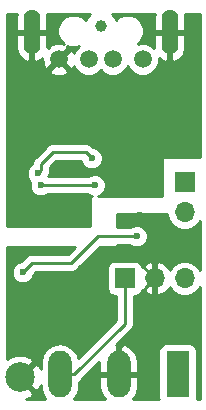
<source format=gbl>
G04 #@! TF.GenerationSoftware,KiCad,Pcbnew,(2018-02-16 revision c95340fba)-makepkg*
G04 #@! TF.CreationDate,2018-04-19T06:34:26+02:00*
G04 #@! TF.ProjectId,LIN_USB_CONVERTER,4C494E5F5553425F434F4E5645525445,rev?*
G04 #@! TF.SameCoordinates,Original*
G04 #@! TF.FileFunction,Copper,L2,Bot,Signal*
G04 #@! TF.FilePolarity,Positive*
%FSLAX46Y46*%
G04 Gerber Fmt 4.6, Leading zero omitted, Abs format (unit mm)*
G04 Created by KiCad (PCBNEW (2018-02-16 revision c95340fba)-makepkg) date 04/19/18 06:34:26*
%MOMM*%
%LPD*%
G01*
G04 APERTURE LIST*
%ADD10C,1.000000*%
%ADD11C,2.500000*%
%ADD12R,1.700000X1.700000*%
%ADD13O,1.700000X1.700000*%
%ADD14R,1.980000X3.960000*%
%ADD15O,1.980000X3.960000*%
%ADD16C,1.501140*%
%ADD17O,1.400000X3.800000*%
%ADD18C,0.600000*%
%ADD19C,0.250000*%
%ADD20C,0.254000*%
G04 APERTURE END LIST*
D10*
X148858000Y-80082000D03*
D11*
X142000000Y-109800000D03*
D12*
X150890000Y-101418000D03*
D13*
X153430000Y-101418000D03*
X155970000Y-101418000D03*
D14*
X155382000Y-109546000D03*
D15*
X150382000Y-109546000D03*
X145382000Y-109546000D03*
D12*
X155970000Y-93290000D03*
D13*
X155970000Y-95830000D03*
D16*
X152414860Y-82878120D03*
X149874860Y-82878120D03*
X147842860Y-82878120D03*
X145302860Y-82878120D03*
D17*
X154700000Y-80590000D03*
X143016000Y-80590000D03*
D18*
X152160000Y-88718000D03*
X144032000Y-88464000D03*
X147334000Y-92528000D03*
X151144000Y-92070000D03*
X143778000Y-93544000D03*
X148350000Y-93544000D03*
X148096000Y-91258000D03*
X143524000Y-92528000D03*
X152160000Y-96084000D03*
X141746000Y-107006000D03*
X141746000Y-102942000D03*
X142254000Y-100910000D03*
X151906000Y-97862000D03*
D19*
X144552291Y-87943709D02*
X144032000Y-88464000D01*
X145302860Y-82878120D02*
X144552291Y-83628689D01*
X144552291Y-83628689D02*
X144552291Y-87943709D01*
X147492001Y-92369999D02*
X147334000Y-92528000D01*
X151144000Y-92070000D02*
X150844001Y-92369999D01*
X150844001Y-92369999D02*
X147492001Y-92369999D01*
X148350000Y-93544000D02*
X143778000Y-93544000D01*
X147588000Y-90750000D02*
X148096000Y-91258000D01*
X144794000Y-90750000D02*
X147588000Y-90750000D01*
X143823999Y-91720001D02*
X144794000Y-90750000D01*
X143524000Y-92528000D02*
X143823999Y-92228001D01*
X143823999Y-92228001D02*
X143823999Y-91720001D01*
X153430000Y-101418000D02*
X152580001Y-102267999D01*
X152580001Y-102267999D02*
X152580001Y-105117999D01*
X152580001Y-105117999D02*
X150382000Y-107316000D01*
X150382000Y-107316000D02*
X150382000Y-109546000D01*
X141746000Y-102942000D02*
X141746000Y-107006000D01*
X149366000Y-99576500D02*
X146000500Y-102942000D01*
X146000500Y-102942000D02*
X141746000Y-102942000D01*
X151588500Y-99576500D02*
X149366000Y-99576500D01*
X153430000Y-101418000D02*
X151588500Y-99576500D01*
X152160000Y-96782500D02*
X153430000Y-98052500D01*
X153430000Y-98052500D02*
X153430000Y-101418000D01*
X152160000Y-96084000D02*
X152160000Y-96782500D01*
X150890000Y-101418000D02*
X150890000Y-105278000D01*
X150890000Y-105278000D02*
X146622000Y-109546000D01*
X146622000Y-109546000D02*
X145382000Y-109546000D01*
X143061999Y-100102001D02*
X142254000Y-100910000D01*
X146363999Y-100102001D02*
X143061999Y-100102001D01*
X148604000Y-97862000D02*
X151906000Y-97862000D01*
X146363999Y-100102001D02*
X148604000Y-97862000D01*
D20*
G36*
X154578697Y-96406297D02*
X154905142Y-96894858D01*
X155393703Y-97221303D01*
X155824529Y-97307000D01*
X156115471Y-97307000D01*
X156546297Y-97221303D01*
X157034858Y-96894858D01*
X157275001Y-96535458D01*
X157275001Y-100712542D01*
X157034858Y-100353142D01*
X156546297Y-100026697D01*
X156115471Y-99941000D01*
X155824529Y-99941000D01*
X155393703Y-100026697D01*
X154905142Y-100353142D01*
X154690128Y-100674934D01*
X154625183Y-100536642D01*
X154196924Y-100146355D01*
X153786890Y-99976524D01*
X153557000Y-100097845D01*
X153557000Y-101291000D01*
X153577000Y-101291000D01*
X153577000Y-101545000D01*
X153557000Y-101545000D01*
X153557000Y-102738155D01*
X153786890Y-102859476D01*
X154196924Y-102689645D01*
X154625183Y-102299358D01*
X154690128Y-102161066D01*
X154905142Y-102482858D01*
X155393703Y-102809303D01*
X155824529Y-102895000D01*
X156115471Y-102895000D01*
X156546297Y-102809303D01*
X157034858Y-102482858D01*
X157275001Y-102123458D01*
X157275001Y-111613000D01*
X156993977Y-111613000D01*
X157011283Y-111526000D01*
X157011283Y-107566000D01*
X156962620Y-107321357D01*
X156824041Y-107113959D01*
X156616643Y-106975380D01*
X156372000Y-106926717D01*
X154392000Y-106926717D01*
X154147357Y-106975380D01*
X153939959Y-107113959D01*
X153801380Y-107321357D01*
X153752717Y-107566000D01*
X153752717Y-111526000D01*
X153770023Y-111613000D01*
X151568696Y-111613000D01*
X151834703Y-111275193D01*
X152007000Y-110663000D01*
X152007000Y-109673000D01*
X150509000Y-109673000D01*
X150509000Y-109693000D01*
X150255000Y-109693000D01*
X150255000Y-109673000D01*
X148757000Y-109673000D01*
X148757000Y-110663000D01*
X148929297Y-111275193D01*
X149195304Y-111613000D01*
X146607119Y-111613000D01*
X146905180Y-111166922D01*
X146999000Y-110695256D01*
X146999000Y-110198519D01*
X147164161Y-110088161D01*
X147206116Y-110025371D01*
X148757000Y-108474488D01*
X148757000Y-109419000D01*
X150255000Y-109419000D01*
X150255000Y-107095260D01*
X150509000Y-107095260D01*
X150509000Y-109419000D01*
X152007000Y-109419000D01*
X152007000Y-108429000D01*
X151834703Y-107816807D01*
X151441246Y-107317149D01*
X150886528Y-107006095D01*
X150760865Y-106975782D01*
X150509000Y-107095260D01*
X150255000Y-107095260D01*
X150174443Y-107057046D01*
X151369376Y-105862113D01*
X151432161Y-105820161D01*
X151474112Y-105757377D01*
X151474114Y-105757375D01*
X151515954Y-105694757D01*
X151598368Y-105571416D01*
X151642000Y-105352063D01*
X151642000Y-105352059D01*
X151656731Y-105278001D01*
X151642000Y-105203943D01*
X151642000Y-102907283D01*
X151740000Y-102907283D01*
X151984643Y-102858620D01*
X152192041Y-102720041D01*
X152330620Y-102512643D01*
X152351833Y-102405999D01*
X152663076Y-102689645D01*
X153073110Y-102859476D01*
X153303000Y-102738155D01*
X153303000Y-101545000D01*
X153283000Y-101545000D01*
X153283000Y-101291000D01*
X153303000Y-101291000D01*
X153303000Y-100097845D01*
X153073110Y-99976524D01*
X152663076Y-100146355D01*
X152351833Y-100430001D01*
X152330620Y-100323357D01*
X152192041Y-100115959D01*
X151984643Y-99977380D01*
X151740000Y-99928717D01*
X150040000Y-99928717D01*
X149795357Y-99977380D01*
X149587959Y-100115959D01*
X149449380Y-100323357D01*
X149400717Y-100568000D01*
X149400717Y-102268000D01*
X149449380Y-102512643D01*
X149587959Y-102720041D01*
X149795357Y-102858620D01*
X150040000Y-102907283D01*
X150138000Y-102907283D01*
X150138001Y-104966510D01*
X146950682Y-108153831D01*
X146905180Y-107925078D01*
X146547791Y-107390209D01*
X146012922Y-107032820D01*
X145382000Y-106907322D01*
X144751079Y-107032820D01*
X144216210Y-107390209D01*
X143858821Y-107925078D01*
X143765001Y-108396744D01*
X143765001Y-109110814D01*
X143626123Y-108775533D01*
X143333320Y-108646285D01*
X142179605Y-109800000D01*
X143333320Y-110953715D01*
X143626123Y-110824467D01*
X143765000Y-110461945D01*
X143765000Y-110695255D01*
X143858820Y-111166921D01*
X144156881Y-111613000D01*
X142573306Y-111613000D01*
X143024467Y-111426123D01*
X143153715Y-111133320D01*
X142000000Y-109979605D01*
X141985858Y-109993748D01*
X141806253Y-109814143D01*
X141820395Y-109800000D01*
X141806253Y-109785858D01*
X141985858Y-109606253D01*
X142000000Y-109620395D01*
X143153715Y-108466680D01*
X143024467Y-108173877D01*
X142324194Y-107905612D01*
X141574565Y-107925750D01*
X140975533Y-108173877D01*
X140949000Y-108233986D01*
X140949000Y-98751000D01*
X146651513Y-98751000D01*
X146052512Y-99350001D01*
X143136057Y-99350001D01*
X143061998Y-99335270D01*
X142987939Y-99350001D01*
X142987936Y-99350001D01*
X142768583Y-99393633D01*
X142519838Y-99559840D01*
X142477884Y-99622628D01*
X142117513Y-99983000D01*
X142069608Y-99983000D01*
X141728897Y-100124127D01*
X141468127Y-100384897D01*
X141327000Y-100725608D01*
X141327000Y-101094392D01*
X141468127Y-101435103D01*
X141728897Y-101695873D01*
X142069608Y-101837000D01*
X142438392Y-101837000D01*
X142779103Y-101695873D01*
X143039873Y-101435103D01*
X143181000Y-101094392D01*
X143181000Y-101046487D01*
X143373487Y-100854001D01*
X146289940Y-100854001D01*
X146363999Y-100868732D01*
X146438058Y-100854001D01*
X146438062Y-100854001D01*
X146657415Y-100810369D01*
X146906160Y-100644162D01*
X146948115Y-100581372D01*
X148778488Y-98751000D01*
X150128000Y-98751000D01*
X150176601Y-98741333D01*
X150217803Y-98713803D01*
X150245333Y-98672601D01*
X150255000Y-98624000D01*
X150255000Y-98614000D01*
X151347024Y-98614000D01*
X151380897Y-98647873D01*
X151721608Y-98789000D01*
X152090392Y-98789000D01*
X152431103Y-98647873D01*
X152691873Y-98387103D01*
X152833000Y-98046392D01*
X152833000Y-97677608D01*
X152691873Y-97336897D01*
X152431103Y-97076127D01*
X152090392Y-96935000D01*
X151721608Y-96935000D01*
X151380897Y-97076127D01*
X151347024Y-97110000D01*
X150255000Y-97110000D01*
X150255000Y-95957000D01*
X154489326Y-95957000D01*
X154578697Y-96406297D01*
X154578697Y-96406297D01*
G37*
X154578697Y-96406297D02*
X154905142Y-96894858D01*
X155393703Y-97221303D01*
X155824529Y-97307000D01*
X156115471Y-97307000D01*
X156546297Y-97221303D01*
X157034858Y-96894858D01*
X157275001Y-96535458D01*
X157275001Y-100712542D01*
X157034858Y-100353142D01*
X156546297Y-100026697D01*
X156115471Y-99941000D01*
X155824529Y-99941000D01*
X155393703Y-100026697D01*
X154905142Y-100353142D01*
X154690128Y-100674934D01*
X154625183Y-100536642D01*
X154196924Y-100146355D01*
X153786890Y-99976524D01*
X153557000Y-100097845D01*
X153557000Y-101291000D01*
X153577000Y-101291000D01*
X153577000Y-101545000D01*
X153557000Y-101545000D01*
X153557000Y-102738155D01*
X153786890Y-102859476D01*
X154196924Y-102689645D01*
X154625183Y-102299358D01*
X154690128Y-102161066D01*
X154905142Y-102482858D01*
X155393703Y-102809303D01*
X155824529Y-102895000D01*
X156115471Y-102895000D01*
X156546297Y-102809303D01*
X157034858Y-102482858D01*
X157275001Y-102123458D01*
X157275001Y-111613000D01*
X156993977Y-111613000D01*
X157011283Y-111526000D01*
X157011283Y-107566000D01*
X156962620Y-107321357D01*
X156824041Y-107113959D01*
X156616643Y-106975380D01*
X156372000Y-106926717D01*
X154392000Y-106926717D01*
X154147357Y-106975380D01*
X153939959Y-107113959D01*
X153801380Y-107321357D01*
X153752717Y-107566000D01*
X153752717Y-111526000D01*
X153770023Y-111613000D01*
X151568696Y-111613000D01*
X151834703Y-111275193D01*
X152007000Y-110663000D01*
X152007000Y-109673000D01*
X150509000Y-109673000D01*
X150509000Y-109693000D01*
X150255000Y-109693000D01*
X150255000Y-109673000D01*
X148757000Y-109673000D01*
X148757000Y-110663000D01*
X148929297Y-111275193D01*
X149195304Y-111613000D01*
X146607119Y-111613000D01*
X146905180Y-111166922D01*
X146999000Y-110695256D01*
X146999000Y-110198519D01*
X147164161Y-110088161D01*
X147206116Y-110025371D01*
X148757000Y-108474488D01*
X148757000Y-109419000D01*
X150255000Y-109419000D01*
X150255000Y-107095260D01*
X150509000Y-107095260D01*
X150509000Y-109419000D01*
X152007000Y-109419000D01*
X152007000Y-108429000D01*
X151834703Y-107816807D01*
X151441246Y-107317149D01*
X150886528Y-107006095D01*
X150760865Y-106975782D01*
X150509000Y-107095260D01*
X150255000Y-107095260D01*
X150174443Y-107057046D01*
X151369376Y-105862113D01*
X151432161Y-105820161D01*
X151474112Y-105757377D01*
X151474114Y-105757375D01*
X151515954Y-105694757D01*
X151598368Y-105571416D01*
X151642000Y-105352063D01*
X151642000Y-105352059D01*
X151656731Y-105278001D01*
X151642000Y-105203943D01*
X151642000Y-102907283D01*
X151740000Y-102907283D01*
X151984643Y-102858620D01*
X152192041Y-102720041D01*
X152330620Y-102512643D01*
X152351833Y-102405999D01*
X152663076Y-102689645D01*
X153073110Y-102859476D01*
X153303000Y-102738155D01*
X153303000Y-101545000D01*
X153283000Y-101545000D01*
X153283000Y-101291000D01*
X153303000Y-101291000D01*
X153303000Y-100097845D01*
X153073110Y-99976524D01*
X152663076Y-100146355D01*
X152351833Y-100430001D01*
X152330620Y-100323357D01*
X152192041Y-100115959D01*
X151984643Y-99977380D01*
X151740000Y-99928717D01*
X150040000Y-99928717D01*
X149795357Y-99977380D01*
X149587959Y-100115959D01*
X149449380Y-100323357D01*
X149400717Y-100568000D01*
X149400717Y-102268000D01*
X149449380Y-102512643D01*
X149587959Y-102720041D01*
X149795357Y-102858620D01*
X150040000Y-102907283D01*
X150138000Y-102907283D01*
X150138001Y-104966510D01*
X146950682Y-108153831D01*
X146905180Y-107925078D01*
X146547791Y-107390209D01*
X146012922Y-107032820D01*
X145382000Y-106907322D01*
X144751079Y-107032820D01*
X144216210Y-107390209D01*
X143858821Y-107925078D01*
X143765001Y-108396744D01*
X143765001Y-109110814D01*
X143626123Y-108775533D01*
X143333320Y-108646285D01*
X142179605Y-109800000D01*
X143333320Y-110953715D01*
X143626123Y-110824467D01*
X143765000Y-110461945D01*
X143765000Y-110695255D01*
X143858820Y-111166921D01*
X144156881Y-111613000D01*
X142573306Y-111613000D01*
X143024467Y-111426123D01*
X143153715Y-111133320D01*
X142000000Y-109979605D01*
X141985858Y-109993748D01*
X141806253Y-109814143D01*
X141820395Y-109800000D01*
X141806253Y-109785858D01*
X141985858Y-109606253D01*
X142000000Y-109620395D01*
X143153715Y-108466680D01*
X143024467Y-108173877D01*
X142324194Y-107905612D01*
X141574565Y-107925750D01*
X140975533Y-108173877D01*
X140949000Y-108233986D01*
X140949000Y-98751000D01*
X146651513Y-98751000D01*
X146052512Y-99350001D01*
X143136057Y-99350001D01*
X143061998Y-99335270D01*
X142987939Y-99350001D01*
X142987936Y-99350001D01*
X142768583Y-99393633D01*
X142519838Y-99559840D01*
X142477884Y-99622628D01*
X142117513Y-99983000D01*
X142069608Y-99983000D01*
X141728897Y-100124127D01*
X141468127Y-100384897D01*
X141327000Y-100725608D01*
X141327000Y-101094392D01*
X141468127Y-101435103D01*
X141728897Y-101695873D01*
X142069608Y-101837000D01*
X142438392Y-101837000D01*
X142779103Y-101695873D01*
X143039873Y-101435103D01*
X143181000Y-101094392D01*
X143181000Y-101046487D01*
X143373487Y-100854001D01*
X146289940Y-100854001D01*
X146363999Y-100868732D01*
X146438058Y-100854001D01*
X146438062Y-100854001D01*
X146657415Y-100810369D01*
X146906160Y-100644162D01*
X146948115Y-100581372D01*
X148778488Y-98751000D01*
X150128000Y-98751000D01*
X150176601Y-98741333D01*
X150217803Y-98713803D01*
X150245333Y-98672601D01*
X150255000Y-98624000D01*
X150255000Y-98614000D01*
X151347024Y-98614000D01*
X151380897Y-98647873D01*
X151721608Y-98789000D01*
X152090392Y-98789000D01*
X152431103Y-98647873D01*
X152691873Y-98387103D01*
X152833000Y-98046392D01*
X152833000Y-97677608D01*
X152691873Y-97336897D01*
X152431103Y-97076127D01*
X152090392Y-96935000D01*
X151721608Y-96935000D01*
X151380897Y-97076127D01*
X151347024Y-97110000D01*
X150255000Y-97110000D01*
X150255000Y-95957000D01*
X154489326Y-95957000D01*
X154578697Y-96406297D01*
G36*
X141681000Y-79263000D02*
X141681000Y-80463000D01*
X142889000Y-80463000D01*
X142889000Y-80443000D01*
X143143000Y-80443000D01*
X143143000Y-80463000D01*
X144351000Y-80463000D01*
X144351000Y-79263000D01*
X144281466Y-79031000D01*
X147933343Y-79031000D01*
X147673680Y-79290663D01*
X147578008Y-79521636D01*
X147352008Y-79295636D01*
X146845902Y-79086000D01*
X146298098Y-79086000D01*
X145791992Y-79295636D01*
X145404636Y-79682992D01*
X145195000Y-80189098D01*
X145195000Y-80736902D01*
X145404636Y-81243008D01*
X145716120Y-81554492D01*
X145507826Y-81480353D01*
X144957322Y-81508315D01*
X144578595Y-81665189D01*
X144510536Y-81906188D01*
X144395483Y-81791135D01*
X144351000Y-81835618D01*
X144351000Y-80717000D01*
X143143000Y-80717000D01*
X143143000Y-82959374D01*
X143349329Y-83082716D01*
X143409550Y-83071980D01*
X143870185Y-82823790D01*
X143910248Y-82774640D01*
X143933055Y-83223658D01*
X144089929Y-83602385D01*
X144330930Y-83670445D01*
X145123255Y-82878120D01*
X145109113Y-82863978D01*
X145288718Y-82684373D01*
X145302860Y-82698515D01*
X146095185Y-81906190D01*
X146047136Y-81736048D01*
X146298098Y-81840000D01*
X146845902Y-81840000D01*
X146994250Y-81778552D01*
X146675013Y-82097789D01*
X146583790Y-82318020D01*
X146515791Y-82153855D01*
X146274790Y-82085795D01*
X145482465Y-82878120D01*
X146274790Y-83670445D01*
X146515791Y-83602385D01*
X146578644Y-83425797D01*
X146675013Y-83658451D01*
X147062529Y-84045967D01*
X147568844Y-84255690D01*
X148116876Y-84255690D01*
X148623191Y-84045967D01*
X148858860Y-83810298D01*
X149094529Y-84045967D01*
X149600844Y-84255690D01*
X150148876Y-84255690D01*
X150655191Y-84045967D01*
X151042707Y-83658451D01*
X151144860Y-83411832D01*
X151247013Y-83658451D01*
X151634529Y-84045967D01*
X152140844Y-84255690D01*
X152688876Y-84255690D01*
X153195191Y-84045967D01*
X153582707Y-83658451D01*
X153792430Y-83152136D01*
X153792430Y-82758297D01*
X153845815Y-82823790D01*
X154306450Y-83071980D01*
X154366671Y-83082716D01*
X154573000Y-82959374D01*
X154573000Y-80717000D01*
X154827000Y-80717000D01*
X154827000Y-82959374D01*
X155033329Y-83082716D01*
X155093550Y-83071980D01*
X155554185Y-82823790D01*
X155884778Y-82418215D01*
X156035000Y-81917000D01*
X156035000Y-80717000D01*
X154827000Y-80717000D01*
X154573000Y-80717000D01*
X153365000Y-80717000D01*
X153365000Y-81880082D01*
X153195191Y-81710273D01*
X152688876Y-81500550D01*
X152140844Y-81500550D01*
X151992288Y-81562084D01*
X152311364Y-81243008D01*
X152521000Y-80736902D01*
X152521000Y-80189098D01*
X152311364Y-79682992D01*
X151924008Y-79295636D01*
X151417902Y-79086000D01*
X150870098Y-79086000D01*
X150363992Y-79295636D01*
X150137992Y-79521636D01*
X150042320Y-79290663D01*
X149782657Y-79031000D01*
X153434534Y-79031000D01*
X153365000Y-79263000D01*
X153365000Y-80463000D01*
X154573000Y-80463000D01*
X154573000Y-80443000D01*
X154827000Y-80443000D01*
X154827000Y-80463000D01*
X156035000Y-80463000D01*
X156035000Y-79263000D01*
X155965466Y-79031000D01*
X157275000Y-79031000D01*
X157275000Y-91131000D01*
X154192000Y-91131000D01*
X154143399Y-91140667D01*
X154102197Y-91168197D01*
X154074667Y-91209399D01*
X154065000Y-91258000D01*
X154065000Y-94433000D01*
X148626132Y-94433000D01*
X148875103Y-94329873D01*
X149135873Y-94069103D01*
X149277000Y-93728392D01*
X149277000Y-93359608D01*
X149135873Y-93018897D01*
X148875103Y-92758127D01*
X148534392Y-92617000D01*
X148165608Y-92617000D01*
X147824897Y-92758127D01*
X147791024Y-92792000D01*
X144418025Y-92792000D01*
X144451000Y-92712392D01*
X144451000Y-92643191D01*
X144532367Y-92521417D01*
X144575999Y-92302064D01*
X144575999Y-92302060D01*
X144590730Y-92228001D01*
X144575999Y-92153942D01*
X144575999Y-92031489D01*
X145105488Y-91502000D01*
X147193690Y-91502000D01*
X147310127Y-91783103D01*
X147570897Y-92043873D01*
X147911608Y-92185000D01*
X148280392Y-92185000D01*
X148621103Y-92043873D01*
X148881873Y-91783103D01*
X149023000Y-91442392D01*
X149023000Y-91073608D01*
X148881873Y-90732897D01*
X148621103Y-90472127D01*
X148280392Y-90331000D01*
X148232488Y-90331000D01*
X148172116Y-90270628D01*
X148130161Y-90207839D01*
X147881416Y-90041632D01*
X147662063Y-89998000D01*
X147662059Y-89998000D01*
X147588000Y-89983269D01*
X147513941Y-89998000D01*
X144868059Y-89998000D01*
X144794000Y-89983269D01*
X144719941Y-89998000D01*
X144719937Y-89998000D01*
X144500584Y-90041632D01*
X144314626Y-90165885D01*
X144314623Y-90165888D01*
X144251839Y-90207839D01*
X144209887Y-90270624D01*
X143344626Y-91135887D01*
X143281839Y-91177840D01*
X143115631Y-91426585D01*
X143071999Y-91645938D01*
X143071999Y-91645942D01*
X143057713Y-91717765D01*
X142998897Y-91742127D01*
X142738127Y-92002897D01*
X142597000Y-92343608D01*
X142597000Y-92712392D01*
X142738127Y-93053103D01*
X142907713Y-93222689D01*
X142851000Y-93359608D01*
X142851000Y-93728392D01*
X142992127Y-94069103D01*
X143252897Y-94329873D01*
X143593608Y-94471000D01*
X143962392Y-94471000D01*
X144303103Y-94329873D01*
X144336976Y-94296000D01*
X147791024Y-94296000D01*
X147824897Y-94329873D01*
X148081048Y-94435974D01*
X148047399Y-94442667D01*
X148006197Y-94470197D01*
X147978667Y-94511399D01*
X147969000Y-94560000D01*
X147969000Y-96973000D01*
X140949000Y-96973000D01*
X140949000Y-83850050D01*
X144510535Y-83850050D01*
X144578595Y-84091051D01*
X145097894Y-84275887D01*
X145648398Y-84247925D01*
X146027125Y-84091051D01*
X146095185Y-83850050D01*
X145302860Y-83057725D01*
X144510535Y-83850050D01*
X140949000Y-83850050D01*
X140949000Y-80717000D01*
X141681000Y-80717000D01*
X141681000Y-81917000D01*
X141831222Y-82418215D01*
X142161815Y-82823790D01*
X142622450Y-83071980D01*
X142682671Y-83082716D01*
X142889000Y-82959374D01*
X142889000Y-80717000D01*
X141681000Y-80717000D01*
X140949000Y-80717000D01*
X140949000Y-79031000D01*
X141750534Y-79031000D01*
X141681000Y-79263000D01*
X141681000Y-79263000D01*
G37*
X141681000Y-79263000D02*
X141681000Y-80463000D01*
X142889000Y-80463000D01*
X142889000Y-80443000D01*
X143143000Y-80443000D01*
X143143000Y-80463000D01*
X144351000Y-80463000D01*
X144351000Y-79263000D01*
X144281466Y-79031000D01*
X147933343Y-79031000D01*
X147673680Y-79290663D01*
X147578008Y-79521636D01*
X147352008Y-79295636D01*
X146845902Y-79086000D01*
X146298098Y-79086000D01*
X145791992Y-79295636D01*
X145404636Y-79682992D01*
X145195000Y-80189098D01*
X145195000Y-80736902D01*
X145404636Y-81243008D01*
X145716120Y-81554492D01*
X145507826Y-81480353D01*
X144957322Y-81508315D01*
X144578595Y-81665189D01*
X144510536Y-81906188D01*
X144395483Y-81791135D01*
X144351000Y-81835618D01*
X144351000Y-80717000D01*
X143143000Y-80717000D01*
X143143000Y-82959374D01*
X143349329Y-83082716D01*
X143409550Y-83071980D01*
X143870185Y-82823790D01*
X143910248Y-82774640D01*
X143933055Y-83223658D01*
X144089929Y-83602385D01*
X144330930Y-83670445D01*
X145123255Y-82878120D01*
X145109113Y-82863978D01*
X145288718Y-82684373D01*
X145302860Y-82698515D01*
X146095185Y-81906190D01*
X146047136Y-81736048D01*
X146298098Y-81840000D01*
X146845902Y-81840000D01*
X146994250Y-81778552D01*
X146675013Y-82097789D01*
X146583790Y-82318020D01*
X146515791Y-82153855D01*
X146274790Y-82085795D01*
X145482465Y-82878120D01*
X146274790Y-83670445D01*
X146515791Y-83602385D01*
X146578644Y-83425797D01*
X146675013Y-83658451D01*
X147062529Y-84045967D01*
X147568844Y-84255690D01*
X148116876Y-84255690D01*
X148623191Y-84045967D01*
X148858860Y-83810298D01*
X149094529Y-84045967D01*
X149600844Y-84255690D01*
X150148876Y-84255690D01*
X150655191Y-84045967D01*
X151042707Y-83658451D01*
X151144860Y-83411832D01*
X151247013Y-83658451D01*
X151634529Y-84045967D01*
X152140844Y-84255690D01*
X152688876Y-84255690D01*
X153195191Y-84045967D01*
X153582707Y-83658451D01*
X153792430Y-83152136D01*
X153792430Y-82758297D01*
X153845815Y-82823790D01*
X154306450Y-83071980D01*
X154366671Y-83082716D01*
X154573000Y-82959374D01*
X154573000Y-80717000D01*
X154827000Y-80717000D01*
X154827000Y-82959374D01*
X155033329Y-83082716D01*
X155093550Y-83071980D01*
X155554185Y-82823790D01*
X155884778Y-82418215D01*
X156035000Y-81917000D01*
X156035000Y-80717000D01*
X154827000Y-80717000D01*
X154573000Y-80717000D01*
X153365000Y-80717000D01*
X153365000Y-81880082D01*
X153195191Y-81710273D01*
X152688876Y-81500550D01*
X152140844Y-81500550D01*
X151992288Y-81562084D01*
X152311364Y-81243008D01*
X152521000Y-80736902D01*
X152521000Y-80189098D01*
X152311364Y-79682992D01*
X151924008Y-79295636D01*
X151417902Y-79086000D01*
X150870098Y-79086000D01*
X150363992Y-79295636D01*
X150137992Y-79521636D01*
X150042320Y-79290663D01*
X149782657Y-79031000D01*
X153434534Y-79031000D01*
X153365000Y-79263000D01*
X153365000Y-80463000D01*
X154573000Y-80463000D01*
X154573000Y-80443000D01*
X154827000Y-80443000D01*
X154827000Y-80463000D01*
X156035000Y-80463000D01*
X156035000Y-79263000D01*
X155965466Y-79031000D01*
X157275000Y-79031000D01*
X157275000Y-91131000D01*
X154192000Y-91131000D01*
X154143399Y-91140667D01*
X154102197Y-91168197D01*
X154074667Y-91209399D01*
X154065000Y-91258000D01*
X154065000Y-94433000D01*
X148626132Y-94433000D01*
X148875103Y-94329873D01*
X149135873Y-94069103D01*
X149277000Y-93728392D01*
X149277000Y-93359608D01*
X149135873Y-93018897D01*
X148875103Y-92758127D01*
X148534392Y-92617000D01*
X148165608Y-92617000D01*
X147824897Y-92758127D01*
X147791024Y-92792000D01*
X144418025Y-92792000D01*
X144451000Y-92712392D01*
X144451000Y-92643191D01*
X144532367Y-92521417D01*
X144575999Y-92302064D01*
X144575999Y-92302060D01*
X144590730Y-92228001D01*
X144575999Y-92153942D01*
X144575999Y-92031489D01*
X145105488Y-91502000D01*
X147193690Y-91502000D01*
X147310127Y-91783103D01*
X147570897Y-92043873D01*
X147911608Y-92185000D01*
X148280392Y-92185000D01*
X148621103Y-92043873D01*
X148881873Y-91783103D01*
X149023000Y-91442392D01*
X149023000Y-91073608D01*
X148881873Y-90732897D01*
X148621103Y-90472127D01*
X148280392Y-90331000D01*
X148232488Y-90331000D01*
X148172116Y-90270628D01*
X148130161Y-90207839D01*
X147881416Y-90041632D01*
X147662063Y-89998000D01*
X147662059Y-89998000D01*
X147588000Y-89983269D01*
X147513941Y-89998000D01*
X144868059Y-89998000D01*
X144794000Y-89983269D01*
X144719941Y-89998000D01*
X144719937Y-89998000D01*
X144500584Y-90041632D01*
X144314626Y-90165885D01*
X144314623Y-90165888D01*
X144251839Y-90207839D01*
X144209887Y-90270624D01*
X143344626Y-91135887D01*
X143281839Y-91177840D01*
X143115631Y-91426585D01*
X143071999Y-91645938D01*
X143071999Y-91645942D01*
X143057713Y-91717765D01*
X142998897Y-91742127D01*
X142738127Y-92002897D01*
X142597000Y-92343608D01*
X142597000Y-92712392D01*
X142738127Y-93053103D01*
X142907713Y-93222689D01*
X142851000Y-93359608D01*
X142851000Y-93728392D01*
X142992127Y-94069103D01*
X143252897Y-94329873D01*
X143593608Y-94471000D01*
X143962392Y-94471000D01*
X144303103Y-94329873D01*
X144336976Y-94296000D01*
X147791024Y-94296000D01*
X147824897Y-94329873D01*
X148081048Y-94435974D01*
X148047399Y-94442667D01*
X148006197Y-94470197D01*
X147978667Y-94511399D01*
X147969000Y-94560000D01*
X147969000Y-96973000D01*
X140949000Y-96973000D01*
X140949000Y-83850050D01*
X144510535Y-83850050D01*
X144578595Y-84091051D01*
X145097894Y-84275887D01*
X145648398Y-84247925D01*
X146027125Y-84091051D01*
X146095185Y-83850050D01*
X145302860Y-83057725D01*
X144510535Y-83850050D01*
X140949000Y-83850050D01*
X140949000Y-80717000D01*
X141681000Y-80717000D01*
X141681000Y-81917000D01*
X141831222Y-82418215D01*
X142161815Y-82823790D01*
X142622450Y-83071980D01*
X142682671Y-83082716D01*
X142889000Y-82959374D01*
X142889000Y-80717000D01*
X141681000Y-80717000D01*
X140949000Y-80717000D01*
X140949000Y-79031000D01*
X141750534Y-79031000D01*
X141681000Y-79263000D01*
M02*

</source>
